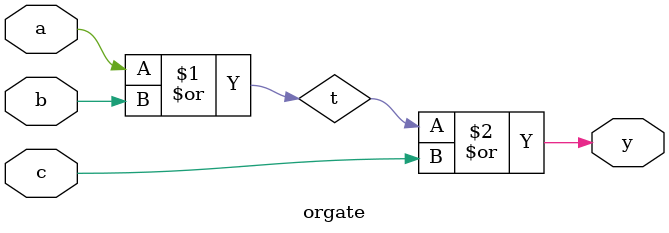
<source format=v>

module orgate (a, b,c , y);
input a, b ,c;
output y;
wire t;
assign t = a|b;
assign y = t|c;
endmodule
</source>
